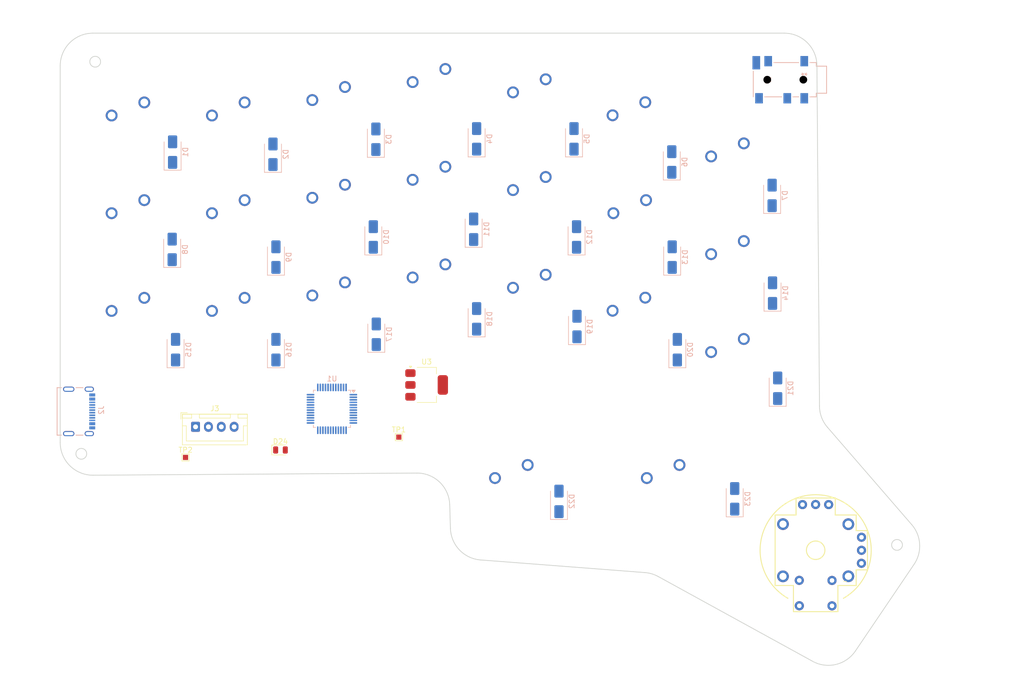
<source format=kicad_pcb>
(kicad_pcb (version 20240108) (generator "pcbnew") (generator_version "8.0")
  (layers (0 "F.Cu" signal) (1 "In1.Cu" power "GND") (2 "In2.Cu" power "PWR") (31 "B.Cu" signal) (34 "B.Paste" user) (35 "F.Paste" user) (36 "B.SilkS" user "B.Silkscreen") (37 "F.SilkS" user "F.Silkscreen") (38 "B.Mask" user) (39 "F.Mask" user) (44 "Edge.Cuts" user))
  (net 0 "")
  (net 1 "Net-(D1-A)")
  (net 2 "Net-(D2-A)")
  (net 3 "Net-(D3-A)")
  (net 4 "Net-(D4-A)")
  (net 5 "Net-(D5-A)")
  (net 6 "Net-(D6-A)")
  (net 7 "Net-(D7-A)")
  (net 8 "Net-(D8-A)")
  (net 9 "Net-(D9-A)")
  (net 10 "Net-(D10-A)")
  (net 11 "Net-(D11-A)")
  (net 12 "Net-(D12-A)")
  (net 13 "Net-(D13-A)")
  (net 14 "Net-(D14-A)")
  (net 15 "Net-(D15-A)")
  (net 16 "Net-(D16-A)")
  (net 17 "Net-(D17-A)")
  (net 18 "Net-(D18-A)")
  (net 19 "Net-(D19-A)")
  (net 20 "Net-(D20-A)")
  (net 21 "Net-(D21-A)")
  (net 22 "Net-(D22-A)")
  (net 23 "Net-(D23-A)")
  (net 37 "Net-(U2-SHIELD-PadS1)")
  (net 38 "ROW0")
  (net 39 "ROW1")
  (net 40 "ROW2")
  (net 41 "ROW3")
  (net 48 "COL0")
  (net 49 "COL1")
  (net 50 "COL2")
  (net 51 "COL3")
  (net 52 "COL4")
  (net 53 "COL5")
  (net 54 "COL6")
  (net 95 "GND")
  (net 96 "+5V")
  (net 97 "+3.3V")
  (net 98 "/USB_D-")
  (net 99 "/USB_D+")
  (net 100 "/SWDIO")
  (net 101 "/SWCLK")
  (net 102 "/HSE_IN")
  (net 103 "/NRST")
  (net 104 "/HSE_OUT")
  (net 105 "Net-(D24-K)")
  (footprint "Package_TO_SOT_SMD:SOT-223-3_TabPin2" (layer "F.Cu") (at 133.4 98.355)
    (property "Reference" "U3" (at 0 -4.5 0) (layer "F.SilkS"))
    (property "Value" "AMS1117-3.3")
    (pad "1" smd roundrect (at -3.15 -2.3) (size 2 1.5) (layers "F.Cu" "F.Paste" "F.Mask") (net 95 "GND"))
    (pad "2" smd roundrect (at -3.15 0) (size 2 1.5) (layers "F.Cu" "F.Paste" "F.Mask") (net 97 "+3.3V"))
    (pad "2" smd roundrect (at 3.15 0) (size 2 3.8) (layers "F.Cu" "F.Paste" "F.Mask") (net 97 "+3.3V"))
    (pad "3" smd roundrect (at -3.15 2.3) (size 2 1.5) (layers "F.Cu" "F.Paste" "F.Mask") (net 96 "+5V"))
  )
  (footprint "PCM_marbastlib-mx:SW_MX_1u" (layer "F.Cu") (at 115 83.5)
    (property "Reference" "MX16" (hide yes))
    (property "Value" "MX_SW_solder")
    (pad "" np_thru_hole circle (at -5.08 0) (size 1.75 1.75) (drill 1.75) (layers "*.Cu" "*.Mask"))
    (pad "" np_thru_hole circle (at 0 0) (size 3.9878 3.9878) (drill 3.9878) (layers "*.Cu" "*.Mask"))
    (pad "" np_thru_hole circle (at 5.08 0) (size 1.75 1.75) (drill 1.75) (layers "*.Cu" "*.Mask"))
    (pad "1" thru_hole circle (at -3.81 -2.54) (size 2.3 2.3) (drill 1.524) (layers "*.Cu" "B.Mask") (net 49 "COL1"))
    (pad "2" thru_hole circle (at 2.54 -5.08) (size 2.3 2.3) (drill 1.524) (layers "*.Cu" "B.Mask") (net 16 "Net-(D16-A)"))
  )
  (footprint "PCM_marbastlib-mx:SW_MX_1u" (layer "F.Cu") (at 95.5 67.5)
    (property "Reference" "MX4" (hide yes))
    (property "Value" "MX_SW_solder")
    (pad "" np_thru_hole circle (at -5.08 0) (size 1.75 1.75) (drill 1.75) (layers "*.Cu" "*.Mask"))
    (pad "" np_thru_hole circle (at 0 0) (size 3.9878 3.9878) (drill 3.9878) (layers "*.Cu" "*.Mask"))
    (pad "" np_thru_hole circle (at 5.08 0) (size 1.75 1.75) (drill 1.75) (layers "*.Cu" "*.Mask"))
    (pad "1" thru_hole circle (at -3.81 -2.54) (size 2.3 2.3) (drill 1.524) (layers "*.Cu" "B.Mask") (net 51 "COL3"))
    (pad "2" thru_hole circle (at 2.54 -5.08) (size 2.3 2.3) (drill 1.524) (layers "*.Cu" "B.Mask") (net 4 "Net-(D4-A)"))
  )
  (footprint "PCM_marbastlib-mx:SW_MX_1u" (layer "F.Cu") (at 154 82)
    (property "Reference" "MX18" (hide yes))
    (property "Value" "MX_SW_solder")
    (pad "" np_thru_hole circle (at -5.08 0) (size 1.75 1.75) (drill 1.75) (layers "*.Cu" "*.Mask"))
    (pad "" np_thru_hole circle (at 0 0) (size 3.9878 3.9878) (drill 3.9878) (layers "*.Cu" "*.Mask"))
    (pad "" np_thru_hole circle (at 5.08 0) (size 1.75 1.75) (drill 1.75) (layers "*.Cu" "*.Mask"))
    (pad "1" thru_hole circle (at -3.81 -2.54) (size 2.3 2.3) (drill 1.524) (layers "*.Cu" "B.Mask") (net 51 "COL3"))
    (pad "2" thru_hole circle (at 2.54 -5.08) (size 2.3 2.3) (drill 1.524) (layers "*.Cu" "B.Mask") (net 18 "Net-(D18-A)"))
  )
  (footprint "PCM_marbastlib-mx:SW_MX_1u" (layer "F.Cu") (at 154 44)
    (property "Reference" "MX13" (hide yes))
    (property "Value" "MX_SW_solder")
    (pad "" np_thru_hole circle (at -5.08 0) (size 1.75 1.75) (drill 1.75) (layers "*.Cu" "*.Mask"))
    (pad "" np_thru_hole circle (at 0 0) (size 3.9878 3.9878) (drill 3.9878) (layers "*.Cu" "*.Mask"))
    (pad "" np_thru_hole circle (at 5.08 0) (size 1.75 1.75) (drill 1.75) (layers "*.Cu" "*.Mask"))
    (pad "1" thru_hole circle (at -3.81 -2.54) (size 2.3 2.3) (drill 1.524) (layers "*.Cu" "B.Mask") (net 53 "COL5"))
    (pad "2" thru_hole circle (at 2.54 -5.08) (size 2.3 2.3) (drill 1.524) (layers "*.Cu" "B.Mask") (net 13 "Net-(D13-A)"))
  )
  (footprint "PCM_marbastlib-mx:SW_MX_1u" (layer "F.Cu") (at 154 63)
    (property "Reference" "MX9" (hide yes))
    (property "Value" "MX_SW_solder")
    (pad "" np_thru_hole circle (at -5.08 0) (size 1.75 1.75) (drill 1.75) (layers "*.Cu" "*.Mask"))
    (pad "" np_thru_hole circle (at 0 0) (size 3.9878 3.9878) (drill 3.9878) (layers "*.Cu" "*.Mask"))
    (pad "" np_thru_hole circle (at 5.08 0) (size 1.75 1.75) (drill 1.75) (layers "*.Cu" "*.Mask"))
    (pad "1" thru_hole circle (at -3.81 -2.54) (size 2.3 2.3) (drill 1.524) (layers "*.Cu" "B.Mask") (net 49 "COL1"))
    (pad "2" thru_hole circle (at 2.54 -5.08) (size 2.3 2.3) (drill 1.524) (layers "*.Cu" "B.Mask") (net 9 "Net-(D9-A)"))
  )
  (footprint "PCM_marbastlib-mx:SW_MX_1u" (layer "F.Cu") (at 134.5 61)
    (property "Reference" "MX6" (hide yes))
    (property "Value" "MX_SW_solder")
    (pad "" np_thru_hole circle (at -5.08 0) (size 1.75 1.75) (drill 1.75) (layers "*.Cu" "*.Mask"))
    (pad "" np_thru_hole circle (at 0 0) (size 3.9878 3.9878) (drill 3.9878) (layers "*.Cu" "*.Mask"))
    (pad "" np_thru_hole circle (at 5.08 0) (size 1.75 1.75) (drill 1.75) (layers "*.Cu" "*.Mask"))
    (pad "1" thru_hole circle (at -3.81 -2.54) (size 2.3 2.3) (drill 1.524) (layers "*.Cu" "B.Mask") (net 53 "COL5"))
    (pad "2" thru_hole circle (at 2.54 -5.08) (size 2.3 2.3) (drill 1.524) (layers "*.Cu" "B.Mask") (net 6 "Net-(D6-A)"))
  )
  (footprint "PCM_marbastlib-mx:SW_MX_1u" (layer "F.Cu") (at 192.5 94.5)
    (property "Reference" "MX22" (hide yes))
    (property "Value" "MX_SW_solder")
    (pad "" np_thru_hole circle (at -5.08 0) (size 1.75 1.75) (drill 1.75) (layers "*.Cu" "*.Mask"))
    (pad "" np_thru_hole circle (at 0 0) (size 3.9878 3.9878) (drill 3.9878) (layers "*.Cu" "*.Mask"))
    (pad "" np_thru_hole circle (at 5.08 0) (size 1.75 1.75) (drill 1.75) (layers "*.Cu" "*.Mask"))
    (pad "1" thru_hole circle (at -3.81 -2.54) (size 2.3 2.3) (drill 1.524) (layers "*.Cu" "B.Mask") (net 52 "COL4"))
    (pad "2" thru_hole circle (at 2.54 -5.08) (size 2.3 2.3) (drill 1.524) (layers "*.Cu" "B.Mask") (net 22 "Net-(D22-A)"))
  )
  (footprint "PCM_marbastlib-mx:SW_MX_1u" (layer "F.Cu") (at 173.35 86.46)
    (property "Reference" "MX21" (hide yes))
    (property "Value" "MX_SW_solder")
    (pad "" np_thru_hole circle (at -5.08 0) (size 1.75 1.75) (drill 1.75) (layers "*.Cu" "*.Mask"))
    (pad "" np_thru_hole circle (at 0 0) (size 3.9878 3.9878) (drill 3.9878) (layers "*.Cu" "*.Mask"))
    (pad "" np_thru_hole circle (at 5.08 0) (size 1.75 1.75) (drill 1.75) (layers "*.Cu" "*.Mask"))
    (pad "1" thru_hole circle (at -3.81 -2.54) (size 2.3 2.3) (drill 1.524) (layers "*.Cu" "B.Mask") (net 54 "COL6"))
    (pad "2" thru_hole circle (at 2.54 -5.08) (size 2.3 2.3) (drill 1.524) (layers "*.Cu" "B.Mask") (net 21 "Net-(D21-A)"))
  )
  (footprint "PCM_marbastlib-mx:SW_MX_1u" (layer "F.Cu") (at 76 67.5)
    (property "Reference" "MX3" (hide yes))
    (property "Value" "MX_SW_solder")
    (pad "" np_thru_hole circle (at -5.08 0) (size 1.75 1.75) (drill 1.75) (layers "*.Cu" "*.Mask"))
    (pad "" np_thru_hole circle (at 0 0) (size 3.9878 3.9878) (drill 3.9878) (layers "*.Cu" "*.Mask"))
    (pad "" np_thru_hole circle (at 5.08 0) (size 1.75 1.75) (drill 1.75) (layers "*.Cu" "*.Mask"))
    (pad "1" thru_hole circle (at -3.81 -2.54) (size 2.3 2.3) (drill 1.524) (layers "*.Cu" "B.Mask") (net 50 "COL2"))
    (pad "2" thru_hole circle (at 2.54 -5.08) (size 2.3 2.3) (drill 1.524) (layers "*.Cu" "B.Mask") (net 3 "Net-(D3-A)"))
  )
  (footprint "TestPoint:TestPoint_Pad_1.0x1.0mm" (layer "F.Cu") (at 128 108.5)
    (property "Reference" "TP1" (at 0 -1.448 0) (layer "F.SilkS"))
    (property "Value" "5v TP")
    (pad "1" smd rect (at 0 0) (size 1 1) (layers "F.Cu" "F.Mask") (net 96 "+5V"))
  )
  (footprint "LED_SMD:LED_0805_2012Metric" (layer "F.Cu") (at 105 111)
    (property "Reference" "D24" (at 0 -1.65 0) (layer "F.SilkS"))
    (property "Value" "LED")
    (pad "1" smd roundrect (at -0.9375 0) (size 0.975 1.4) (layers "F.Cu" "F.Paste" "F.Mask") (net 105 "Net-(D24-K)"))
    (pad "2" smd roundrect (at 0.9375 0) (size 0.975 1.4) (layers "F.Cu" "F.Paste" "F.Mask") (net 97 "+3.3V"))
  )
  (footprint "PCM_marbastlib-mx:SW_MX_1.75u" (layer "F.Cu") (at 180 119)
    (property "Reference" "MX23" (hide yes))
    (property "Value" "MX_SW_solder")
    (pad "" np_thru_hole circle (at -5.08 0) (size 1.75 1.75) (drill 1.75) (layers "*.Cu" "*.Mask"))
    (pad "" np_thru_hole circle (at 0 0) (size 3.9878 3.9878) (drill 3.9878) (layers "*.Cu" "*.Mask"))
    (pad "" np_thru_hole circle (at 5.08 0) (size 1.75 1.75) (drill 1.75) (layers "*.Cu" "*.Mask"))
    (pad "1" thru_hole circle (at -3.81 -2.54) (size 2.3 2.3) (drill 1.524) (layers "*.Cu" "B.Mask") (net 53 "COL5"))
    (pad "2" thru_hole circle (at 2.54 -5.08) (size 2.3 2.3) (drill 1.524) (layers "*.Cu" "B.Mask") (net 23 "Net-(D23-A)"))
  )
  (footprint "myCustomLibs:PS4_joystick" (layer "F.Cu") (at 209 130.5 180)
    (property "Reference" "U2" (hide yes))
    (property "Value" "~" (hide yes))
    (pad "B1A" thru_hole circle (at -3.175 -10.8148 180) (size 1.778 1.778) (drill 0.9) (layers "*.Cu" "*.Mask"))
    (pad "B1B" thru_hole circle (at 3.175 -10.795 180) (size 1.778 1.778) (drill 0.9) (layers "*.Cu" "*.Mask"))
    (pad "B2A" thru_hole circle (at -3.175 -5.8748 180) (size 1.778 1.778) (drill 0.9) (layers "*.Cu" "*.Mask"))
    (pad "B2B" thru_hole circle (at 3.185 -5.8548 180) (size 1.778 1.778) (drill 0.9) (layers "*.Cu" "*.Mask"))
    (pad "H1" thru_hole circle (at -2.525 8.8752 180) (size 1.778 1.778) (drill 0.889) (layers "*.Cu" "*.Mask"))
    (pad "H2" thru_hole circle (at 0.015 8.8952 180) (size 1.778 1.778) (drill 0.889) (layers "*.Cu" "*.Mask"))
    (pad "H3" thru_hole circle (at 2.555 8.8752 180) (size 1.778 1.778) (drill 0.889) (layers "*.Cu" "*.Mask"))
    (pad "S1" thru_hole circle (at -6.35 -5.0648 180) (size 2.286 2.286) (drill 1.397) (layers "*.Cu" "*.Mask") (net 37 "Net-(U2-SHIELD-PadS1)"))
    (pad "S2" thru_hole circle (at -6.35 5.0652 180) (size 2.286 2.286) (drill 1.397) (layers "*.Cu" "*.Mask") (net 37 "Net-(U2-SHIELD-PadS1)"))
    (pad "S3" thru_hole circle (at 6.35 5.08 180) (size 2.286 2.286) (drill 1.397) (layers "*.Cu" "*.Mask") (net 37 "Net-(U2-SHIELD-PadS1)"))
    (pad "S4" thru_hole circle (at 6.35 -5.08 180) (size 2.286 2.286) (drill 1.397) (layers "*.Cu" "*.Mask") (net 37 "Net-(U2-SHIELD-PadS1)"))
    (pad "V1" thru_hole circle (at -8.89 -2.54 180) (size 1.778 1.778) (drill 0.889) (layers "*.Cu" "*.Mask"))
    (pad "V2" thru_hole circle (at -8.905 -0.0148 180) (size 1.778 1.778) (drill 0.889) (layers "*.Cu" "*.Mask"))
    (pad "V3" thru_hole circle (at -8.905 2.5252 180) (size 1.778 1.778) (drill 0.889) (layers "*.Cu" "*.Mask"))
  )
  (footprint "TestPoint:TestPoint_Pad_1.0x1.0mm" (layer "F.Cu") (at 86.55 112.45)
    (property "Reference" "TP2" (at 0 -1.448 0) (layer "F.SilkS"))
    (property "Value" "3V TP")
    (pad "1" smd rect (at 0 0) (size 1 1) (layers "F.Cu" "F.Mask") (net 97 "+3.3V"))
  )
  (footprint "PCM_marbastlib-mx:SW_MX_1u" (layer "F.Cu") (at 134.5 80)
    (property "Reference" "MX17" (hide yes))
    (property "Value" "MX_SW_solder")
    (pad "" np_thru_hole circle (at -5.08 0) (size 1.75 1.75) (drill 1.75) (layers "*.Cu" "*.Mask"))
    (pad "" np_thru_hole circle (at 0 0) (size 3.9878 3.9878) (drill 3.9878) (layers "*.Cu" "*.Mask"))
    (pad "" np_thru_hole circle (at 5.08 0) (size 1.75 1.75) (drill 1.75) (layers "*.Cu" "*.Mask"))
    (pad "1" thru_hole circle (at -3.81 -2.54) (size 2.3 2.3) (drill 1.524) (layers "*.Cu" "B.Mask") (net 50 "COL2"))
    (pad "2" thru_hole circle (at 2.54 -5.08) (size 2.3 2.3) (drill 1.524) (layers "*.Cu" "B.Mask") (net 17 "Net-(D17-A)"))
  )
  (footprint "PCM_marbastlib-mx:SW_MX_1u" (layer "F.Cu") (at 76 48.5)
    (property "Reference" "MX1" (hide yes))
    (property "Value" "MX_SW_solder")
    (pad "" np_thru_hole circle (at -5.08 0) (size 1.75 1.75) (drill 1.75) (layers "*.Cu" "*.Mask"))
    (pad "" np_thru_hole circle (at 0 0) (size 3.9878 3.9878) (drill 3.9878) (layers "*.Cu" "*.Mask"))
    (pad "" np_thru_hole circle (at 5.08 0) (size 1.75 1.75) (drill 1.75) (layers "*.Cu" "*.Mask"))
    (pad "1" thru_hole circle (at -3.81 -2.54) (size 2.3 2.3) (drill 1.524) (layers "*.Cu" "B.Mask") (net 48 "COL0"))
    (pad "2" thru_hole circle (at 2.54 -5.08) (size 2.3 2.3) (drill 1.524) (layers "*.Cu" "B.Mask") (net 1 "Net-(D1-A)"))
  )
  (footprint "PCM_marbastlib-mx:SW_MX_1u" (layer "F.Cu") (at 95.5 48.5)
    (property "Reference" "MX2" (hide yes))
    (property "Value" "MX_SW_solder")
    (pad "" np_thru_hole circle (at -5.08 0) (size 1.75 1.75) (drill 1.75) (layers "*.Cu" "*.Mask"))
    (pad "" np_thru_hole circle (at 0 0) (size 3.9878 3.9878) (drill 3.9878) (layers "*.Cu" "*.Mask"))
    (pad "" np_thru_hole circle (at 5.08 0) (size 1.75 1.75) (drill 1.75) (layers "*.Cu" "*.Mask"))
    (pad "1" thru_hole circle (at -3.81 -2.54) (size 2.3 2.3) (drill 1.524) (layers "*.Cu" "B.Mask") (net 49 "COL1"))
    (pad "2" thru_hole circle (at 2.54 -5.08) (size 2.3 2.3) (drill 1.524) (layers "*.Cu" "B.Mask") (net 2 "Net-(D2-A)"))
  )
  (footprint "PCM_marbastlib-mx:SW_MX_1u" (layer "F.Cu") (at 150.5 119)
    (property "Reference" "MX20" (hide yes))
    (property "Value" "MX_SW_solder")
    (pad "" np_thru_hole circle (at -5.08 0) (size 1.75 1.75) (drill 1.75) (layers "*.Cu" "*.Mask"))
    (pad "" np_thru_hole circle (at 0 0) (size 3.9878 3.9878) (drill 3.9878) (layers "*.Cu" "*.Mask"))
    (pad "" np_thru_hole circle (at 5.08 0) (size 1.75 1.75) (drill 1.75) (layers "*.Cu" "*.Mask"))
    (pad "1" thru_hole circle (at -3.81 -2.54) (size 2.3 2.3) (drill 1.524) (layers "*.Cu" "B.Mask") (net 53 "COL5"))
    (pad "2" thru_hole circle (at 2.54 -5.08) (size 2.3 2.3) (drill 1.524) (layers "*.Cu" "B.Mask") (net 20 "Net-(D20-A)"))
  )
  (footprint "PCM_marbastlib-mx:SW_MX_1u" (layer "F.Cu") (at 192.5 75.46)
    (property "Reference" "MX11" (hide yes))
    (property "Value" "MX_SW_solder")
    (pad "" np_thru_hole circle (at -5.08 0) (size 1.75 1.75) (drill 1.75) (layers "*.Cu" "*.Mask"))
    (pad "" np_thru_hole circle (at 0 0) (size 3.9878 3.9878) (drill 3.9878) (layers "*.Cu" "*.Mask"))
    (pad "" np_thru_hole circle (at 5.08 0) (size 1.75 1.75) (drill 1.75) (layers "*.Cu" "*.Mask"))
    (pad "1" thru_hole circle (at -3.81 -2.54) (size 2.3 2.3) (drill 1.524) (layers "*.Cu" "B.Mask") (net 51 "COL3"))
    (pad "2" thru_hole circle (at 2.54 -5.08) (size 2.3 2.3) (drill 1.524) (layers "*.Cu" "B.Mask") (net 11 "Net-(D11-A)"))
  )
  (footprint "PCM_marbastlib-mx:SW_MX_1u" (layer "F.Cu") (at 173.35 48.46)
    (property "Reference" "MX14" (hide yes))
    (property "Value" "MX_SW_solder")
    (pad "" np_thru_hole circle (at -5.08 0) (size 1.75 1.75) (drill 1.75) (layers "*.Cu" "*.Mask"))
    (pad "" np_thru_hole circle (at 0 0) (size 3.9878 3.9878) (drill 3.9878) (layers "*.Cu" "*.Mask"))
    (pad "" np_thru_hole circle (at 5.08 0) (size 1.75 1.75) (drill 1.75) (layers "*.Cu" "*.Mask"))
    (pad "1" thru_hole circle (at -3.81 -2.54) (size 2.3 2.3) (drill 1.524) (layers "*.Cu" "B.Mask") (net 54 "COL6"))
    (pad "2" thru_hole circle (at 2.54 -5.08) (size 2.3 2.3) (drill 1.524) (layers "*.Cu" "B.Mask") (net 14 "Net-(D14-A)"))
  )
  (footprint "PCM_marbastlib-mx:SW_MX_1u" (layer "F.Cu") (at 115 45.5)
    (property "Reference" "MX7" (hide yes))
    (property "Value" "MX_SW_solder")
    (pad "" np_thru_hole circle (at -5.08 0) (size 1.75 1.75) (drill 1.75) (layers "*.Cu" "*.Mask"))
    (pad "" np_thru_hole circle (at 0 0) (size 3.9878 3.9878) (drill 3.9878) (layers "*.Cu" "*.Mask"))
    (pad "" np_thru_hole circle (at 5.08 0) (size 1.75 1.75) (drill 1.75) (layers "*.Cu" "*.Mask"))
    (pad "1" thru_hole circle (at -3.81 -2.54) (size 2.3 2.3) (drill 1.524) (layers "*.Cu" "B.Mask") (net 54 "COL6"))
    (pad "2" thru_hole circle (at 2.54 -5.08) (size 2.3 2.3) (drill 1.524) (layers "*.Cu" "B.Mask") (net 7 "Net-(D7-A)"))
  )
  (footprint "Connector_JST:JST_XH_B4B-XH-A_1x04_P2.50mm_Vertical" (layer "F.Cu") (at 88.5 106.5)
    (property "Reference" "J3" (at 3.75 -3.55 0) (layer "F.SilkS"))
    (property "Value" "Conn_01x04_Pin")
    (pad "1" thru_hole roundrect (at 0 0) (size 1.7 1.95) (drill 0.95) (layers "*.Cu" "*.Mask") (roundrect_rratio 0.147059) (net 95 "GND"))
    (pad "2" thru_hole oval (at 2.5 0) (size 1.7 1.95) (drill 0.95) (layers "*.Cu" "*.Mask") (net 101 "/SWCLK"))
    (pad "3" thru_hole oval (at 5 0) (size 1.7 1.95) (drill 0.95) (layers "*.Cu" "*.Mask") (net 100 "/SWDIO"))
    (pad "4" thru_hole oval (at 7.5 0) (size 1.7 1.95) (drill 0.95) (layers "*.Cu" "*.Mask") (net 97 "+3.3V"))
  )
  (footprint "PCM_marbastlib-mx:SW_MX_1u" (layer "F.Cu") (at 115 64.5)
    (property "Reference" "MX5" (hide yes))
    (property "Value" "MX_SW_solder")
    (pad "" np_thru_hole circle (at -5.08 0) (size 1.75 1.75) (drill 1.75) (layers "*.Cu" "*.Mask"))
    (pad "" np_thru_hole circle (at 0 0) (size 3.9878 3.9878) (drill 3.9878) (layers "*.Cu" "*.Mask"))
    (pad "" np_thru_hole circle (at 5.08 0) (size 1.75 1.75) (drill 1.75) (layers "*.Cu" "*.Mask"))
    (pad "1" thru_hole circle (at -3.81 -2.54) (size 2.3 2.3) (drill 1.524) (layers "*.Cu" "B.Mask") (net 52 "COL4"))
    (pad "2" thru_hole circle (at 2.54 -5.08) (size 2.3 2.3) (drill 1.524) (layers "*.Cu" "B.Mask") (net 5 "Net-(D5-A)"))
  )
  (footprint "PCM_marbastlib-mx:SW_MX_1u" (layer "F.Cu") (at 192.5 56.46)
    (property "Reference" "MX19" (hide yes))
    (property "Value" "MX_SW_solder")
    (pad "" np_thru_hole circle (at -5.08 0) (size 1.75 1.75) (drill 1.75) (layers "*.Cu" "*.Mask"))
    (pad "" np_thru_hole circle (at 0 0) (size 3.9878 3.9878) (drill 3.9878) (layers "*.Cu" "*.Mask"))
    (pad "" np_thru_hole circle (at 5.08 0) (size 1.75 1.75) (drill 1.75) (layers "*.Cu" "*.Mask"))
    (pad "1" thru_hole circle (at -3.81 -2.54) (size 2.3 2.3) (drill 1.524) (layers "*.Cu" "B.Mask") (net 52 "COL4"))
    (pad "2" thru_hole circle (at 2.54 -5.08) (size 2.3 2.3) (drill 1.524) (layers "*.Cu" "B.Mask") (net 19 "Net-(D19-A)"))
  )
  (footprint "PCM_marbastlib-mx:SW_MX_1u" (layer "F.Cu") (at 76 86.5)
    (property "Reference" "MX12" (hide yes))
    (property "Value" "MX_SW_solder")
    (pad "" np_thru_hole circle (at -5.08 0) (size 1.75 1.75) (drill 1.75) (layers "*.Cu" "*.Mask"))
    (pad "" np_thru_hole circle (at 0 0) (size 3.9878 3.9878) (drill 3.9878) (layers "*.Cu" "*.Mask"))
    (pad "" np_thru_hole circle (at 5.08 0) (size 1.75 1.75) (drill 1.75) (layers "*.Cu" "*.Mask"))
    (pad "1" thru_hole circle (at -3.81 -2.54) (size 2.3 2.3) (drill 1.524) (layers "*.Cu" "B.Mask") (net 52 "COL4"))
    (pad "2" thru_hole circle (at 2.54 -5.08) (size 2.3 2.3) (drill 1.524) (layers "*.Cu" "B.Mask") (net 12 "Net-(D12-A)"))
  )
  (footprint "PCM_marbastlib-mx:SW_MX_1u" (layer "F.Cu") (at 173.5 67.5)
    (property "Reference" "MX10" (hide yes))
    (property "Value" "MX_SW_solder")
    (pad "" np_thru_hole circle (at -5.08 0) (size 1.75 1.75) (drill 1.75) (layers "*.Cu" "*.Mask"))
    (pad "" np_thru_hole circle (at 0 0) (size 3.9878 3.9878) (drill 3.9878) (layers "*.Cu" "*.Mask"))
    (pad "" np_thru_hole circle (at 5.08 0) (size 1.75 1.75) (drill 1.75) (layers "*.Cu" "*.Mask"))
    (pad "1" thru_hole circle (at -3.81 -2.54) (size 2.3 2.3) (drill 1.524) (layers "*.Cu" "B.Mask") (net 50 "COL2"))
    (pad "2" thru_hole circle (at 2.54 -5.08) (size 2.3 2.3) (drill 1.524) (layers "*.Cu" "B.Mask") (net 10 "Net-(D10-A)"))
  )
  (footprint "PCM_marbastlib-mx:SW_MX_1u" (layer "F.Cu") (at 134.5 42)
    (property "Reference" "MX8" (hide yes))
    (property "Value" "MX_SW_solder")
    (pad "" np_thru_hole circle (at -5.08 0) (size 1.75 1.75) (drill 1.75) (layers "*.Cu" "*.Mask"))
    (pad "" np_thru_hole circle (at 0 0) (size 3.9878 3.9878) (drill 3.9878) (layers "*.Cu" "*.Mask"))
    (pad "" np_thru_hole circle (at 5.08 0) (size 1.75 1.75) (drill 1.75) (layers "*.Cu" "*.Mask"))
    (pad "1" thru_hole circle (at -3.81 -2.54) (size 2.3 2.3) (drill 1.524) (layers "*.Cu" "B.Mask") (net 48 "COL0"))
    (pad "2" thru_hole circle (at 2.54 -5.08) (size 2.3 2.3) (drill 1.524) (layers "*.Cu" "B.Mask") (net 8 "Net-(D8-A)"))
  )
  (footprint "PCM_marbastlib-mx:SW_MX_1u" (layer "F.Cu") (at 95.5 86.5)
    (property "Reference" "MX15" (hide yes))
    (property "Value" "MX_SW_solder")
    (pad "" np_thru_hole circle (at -5.08 0) (size 1.75 1.75) (drill 1.75) (layers "*.Cu" "*.Mask"))
    (pad "" np_thru_hole circle (at 0 0) (size 3.9878 3.9878) (drill 3.9878) (layers "*.Cu" "*.Mask"))
    (pad "" np_thru_hole circle (at 5.08 0) (size 1.75 1.75) (drill 1.75) (layers "*.Cu" "*.Mask"))
    (pad "1" thru_hole circle (at -3.81 -2.54) (size 2.3 2.3) (drill 1.524) (layers "*.Cu" "B.Mask") (net 48 "COL0"))
    (pad "2" thru_hole circle (at 2.54 -5.08) (size 2.3 2.3) (drill 1.524) (layers "*.Cu" "B.Mask") (net 15 "Net-(D15-A)"))
  )
  (footprint "footprints:PJ-342B-TX-SMT_XKB" (layer "B.Cu") (at 203 39 90)
    (property "Reference" "J1" (at 0 -3.2258 -90) (layer "B.SilkS") (effects (justify mirror)))
    (property "Value" "TRRS")
    (fp_text user "*" (at 1.0668 3.7846 -90) (layer "B.SilkS") (effects (justify mirror)))
    (fp_text user "*" (at 1.0668 3.7846 -90) (layer "B.SilkS") (effects (justify mirror)))
    (pad "" np_thru_hole circle (at 0 -3.4036 90) (size 1.4986 1.4986) (drill 1.4986) (layers))
    (pad "" np_thru_hole circle (at 0 3.6068 90) (size 1.4986 1.4986) (drill 1.4986) (layers))
    (pad "2" smd rect (at 3.6068 3.7846 90) (size 2.0066 1.4986) (layers "B.Cu" "B.Paste" "B.Mask"))
    (pad "3" smd rect (at 3.6068 -3.2258 90) (size 2.0066 1.4986) (layers "B.Cu" "B.Paste" "B.Mask"))
    (pad "4" smd rect (at 3.302 -5.5372 90) (size 2.5908 1.4986) (layers "B.Cu" "B.Paste" "B.Mask"))
    (pad "5" smd rect (at -3.6068 3.7846 90) (size 2.0066 1.4986) (layers "B.Cu" "B.Paste" "B.Mask"))
    (pad "6" smd rect (at -3.6068 0.4826 90) (size 2.0066 1.4986) (layers "B.Cu" "B.Paste" "B.Mask"))
    (pad "7" smd rect (at -3.6068 -5.0038 90) (size 2.0066 1.4986) (layers "B.Cu" "B.Paste" "B.Mask"))
  )
  (footprint "Diode_SMD:D_SMA" (layer "B.Cu") (at 200.62 80.5 90)
    (property "Reference" "D14" (at 0 2.5 90) (layer "B.SilkS") (effects (justify mirror)))
    (property "Value" "1N4007")
    (pad "1" smd roundrect (at -2 0 90) (size 2.5 1.8) (layers "B.Cu" "B.Paste" "B.Mask") (roundrect_rratio 0.1388888889) (net 39 "ROW1"))
    (pad "2" smd roundrect (at 2 0 90) (size 2.5 1.8) (layers "B.Cu" "B.Paste" "B.Mask") (roundrect_rratio 0.1388888889) (net 14 "Net-(D14-A)"))
  )
  (footprint "Diode_SMD:D_SMA" (layer "B.Cu") (at 200.54 61.5 90)
    (property "Reference" "D7" (at 0 2.5 90) (layer "B.SilkS") (effects (justify mirror)))
    (property "Value" "1N4007")
    (pad "1" smd roundrect (at -2 0 90) (size 2.5 1.8) (layers "B.Cu" "B.Paste" "B.Mask") (roundrect_rratio 0.1388888889) (net 38 "ROW0"))
    (pad "2" smd roundrect (at 2 0 90) (size 2.5 1.8) (layers "B.Cu" "B.Paste" "B.Mask") (roundrect_rratio 0.1388888889) (net 7 "Net-(D7-A)"))
  )
  (footprint "myCustomLibs:MOLEX_2171790001" (layer "B.Cu") (at 65 103.5 90)
    (property "Reference" "J2" (at 0.255 5.185 270) (layer "B.SilkS") (effects (justify mirror)))
    (property "Value" "2171790001")
    (pad "A1B12" smd rect (at -3.2 3.425 90) (size 0.59 1.15) (layers "B.Cu" "B.Paste"))
    (pad "A4B9" smd rect (at -2.4 3.425 90) (size 0.59 1.15) (layers "B.Cu" "B.Paste") (net 96 "+5V"))
    (pad "A5" smd rect (at -1.25 3.425 90) (size 0.298 1.15) (layers "B.Cu" "B.Paste"))
    (pad "A6" smd rect (at -0.25 3.425 90) (size 0.298 1.15) (layers "B.Cu" "B.Paste") (net 99 "/USB_D+"))
    (pad "A7" smd rect (at 0.25 3.425 90) (size 0.298 1.15) (layers "B.Cu" "B.Paste") (net 98 "/USB_D-"))
    (pad "A8" smd rect (at 1.25 3.425 90) (size 0.298 1.15) (layers "B.Cu" "B.Paste"))
    (pad "B1A12" smd rect (at 3.2 3.425 90) (size 0.59 1.15) (layers "B.Cu" "B.Paste") (net 95 "GND"))
    (pad "B4A9" smd rect (at 2.4 3.425 90) (size 0.59 1.15) (layers "B.Cu" "B.Paste"))
    (pad "B5" smd rect (at 1.75 3.425 90) (size 0.298 1.15) (layers "B.Cu" "B.Paste"))
    (pad "B6" smd rect (at 0.75 3.425 90) (size 0.298 1.15) (layers "B.Cu" "B.Paste"))
    (pad "B7" smd rect (at -0.75 3.425 90) (size 0.298 1.15) (layers "B.Cu" "B.Paste"))
    (pad "B8" smd rect (at -1.75 3.425 90) (size 0.298 1.15) (layers "B.Cu" "B.Paste"))
    (pad "SH1" thru_hole oval (at -4.32 -1.15 90) (size 1 2.2) (drill oval 0.6 1.8) (layers "*.Cu" "*.Mask"))
    (pad "SH2" thru_hole oval (at 4.32 -1.15 90) (size 1 2.2) (drill oval 0.6 1.8) (layers "*.Cu" "*.Mask"))
    (pad "SH3" thru_hole oval (at -4.32 2.85 90) (size 1 1.8) (drill oval 0.6 1.4) (layers "*.Cu" "*.Mask"))
    (pad "SH4" thru_hole oval (at 4.32 2.85 90) (size 1 1.8) (drill oval 0.6 1.4) (layers "*.Cu" "*.Mask"))
  )
  (footprint "Diode_SMD:D_SMA" (layer "B.Cu") (at 182.12 91.5 90)
    (property "Reference" "D20" (at 0 2.5 90) (layer "B.SilkS") (effects (justify mirror)))
    (property "Value" "1N4007")
    (pad "1" smd roundrect (at -2 0 90) (size 2.5 1.8) (layers "B.Cu" "B.Paste" "B.Mask") (roundrect_rratio 0.1388888889) (net 40 "ROW2"))
    (pad "2" smd roundrect (at 2 0 90) (size 2.5 1.8) (layers "B.Cu" "B.Paste" "B.Mask") (roundrect_rratio 0.1388888889) (net 20 "Net-(D20-A)"))
  )
  (footprint "Diode_SMD:D_SMA" (layer "B.Cu") (at 162.54 69.58 90)
    (property "Reference" "D12" (at 0 2.5 90) (layer "B.SilkS") (effects (justify mirror)))
    (property "Value" "1N4007")
    (pad "1" smd roundrect (at -2 0 90) (size 2.5 1.8) (layers "B.Cu" "B.Paste" "B.Mask") (roundrect_rratio 0.1388888889) (net 39 "ROW1"))
    (pad "2" smd roundrect (at 2 0 90) (size 2.5 1.8) (layers "B.Cu" "B.Paste" "B.Mask") (roundrect_rratio 0.1388888889) (net 12 "Net-(D12-A)"))
  )
  (footprint "Diode_SMD:D_SMA" (layer "B.Cu") (at 201.62 99 90)
    (property "Reference" "D21" (at 0 2.5 90) (layer "B.SilkS") (effects (justify mirror)))
    (property "Value" "1N4007")
    (pad "1" smd roundrect (at -2 0 90) (size 2.5 1.8) (layers "B.Cu" "B.Paste" "B.Mask") (roundrect_rratio 0.1388888889) (net 40 "ROW2"))
    (pad "2" smd roundrect (at 2 0 90) (size 2.5 1.8) (layers "B.Cu" "B.Paste" "B.Mask") (roundrect_rratio 0.1388888889) (net 21 "Net-(D21-A)"))
  )
  (footprint "Diode_SMD:D_SMA" (layer "B.Cu") (at 83.96 72 90)
    (property "Reference" "D8" (at 0 2.5 90) (layer "B.SilkS") (effects (justify mirror)))
    (property "Value" "1N4007")
    (pad "1" smd roundrect (at -2 0 90) (size 2.5 1.8) (layers "B.Cu" "B.Paste" "B.Mask") (roundrect_rratio 0.1388888889) (net 39 "ROW1"))
    (pad "2" smd roundrect (at 2 0 90) (size 2.5 1.8) (layers "B.Cu" "B.Paste" "B.Mask") (roundrect_rratio 0.1388888889) (net 8 "Net-(D8-A)"))
  )
  (footprint "Diode_SMD:D_SMA" (layer "B.Cu") (at 162.62 87 90)
    (property "Reference" "D19" (at 0 2.5 90) (layer "B.SilkS") (effects (justify mirror)))
    (property "Value" "1N4007")
    (pad "1" smd roundrect (at -2 0 90) (size 2.5 1.8) (layers "B.Cu" "B.Paste" "B.Mask") (roundrect_rratio 0.1388888889) (net 40 "ROW2"))
    (pad "2" smd roundrect (at 2 0 90) (size 2.5 1.8) (layers "B.Cu" "B.Paste" "B.Mask") (roundrect_rratio 0.1388888889) (net 19 "Net-(D19-A)"))
  )
  (footprint "Diode_SMD:D_SMA" (layer "B.Cu") (at 123.04 69.58 90)
    (property "Reference" "D10" (at 0 2.5 90) (layer "B.SilkS") (effects (justify mirror)))
    (property "Value" "1N4007")
    (pad "1" smd roundrect (at -2 0 90) (size 2.5 1.8) (layers "B.Cu" "B.Paste" "B.Mask") (roundrect_rratio 0.1388888889) (net 39 "ROW1"))
    (pad "2" smd roundrect (at 2 0 90) (size 2.5 1.8) (layers "B.Cu" "B.Paste" "B.Mask") (roundrect_rratio 0.1388888889) (net 10 "Net-(D10-A)"))
  )
  (footprint "Package_QFP:LQFP-48_7x7mm_P0.5mm" (layer "B.Cu") (at 115 103 180)
    (property "Reference" "U1" (at 0 5.85 180) (layer "B.SilkS") (effects (justify mirror)))
    (property "Value" "STM32F103C8Tx")
    (pad "1" smd roundrect (at -4.1625 2.75 180) (size 1.475 0.3) (layers "B.Cu" "B.Paste" "B.Mask") (net 97 "+3.3V"))
    (pad "2" smd roundrect (at -4.1625 2.25 180) (size 1.475 0.3) (layers "B.Cu" "B.Paste" "B.Mask"))
    (pad "3" smd roundrect (at -4.1625 1.75 180) (size 1.475 0.3) (layers "B.Cu" "B.Paste" "B.Mask"))
    (pad "4" smd roundrect (at -4.1625 1.25 180) (size 1.475 0.3) (layers "B.Cu" "B.Paste" "B.Mask"))
    (pad "5" smd roundrect (at -4.1625 0.75 180) (size 1.475 0.3) (layers "B.Cu" "B.Paste" "B.Mask") (net 102 "/HSE_IN"))
    (pad "6" smd roundrect (at -4.1625 0.25 180) (size 1.475 0.3) (layers "B.Cu" "B.Paste" "B.Mask") (net 104 "/HSE_OUT"))
    (pad "7" smd roundrect (at -4.1625 -0.25 180) (size 1.475 0.3) (layers "B.Cu" "B.Paste" "B.Mask") (net 103 "/NRST"))
    (pad "8" smd roundrect (at -4.1625 -0.75 180) (size 1.475 0.3) (layers "B.Cu" "B.Paste" "B.Mask") (net 95 "GND"))
    (pad "9" smd roundrect (at -4.1625 -1.25 180) (size 1.475 0.3) (layers "B.Cu" "B.Paste" "B.Mask") (net 97 "+3.3V"))
    (pad "10" smd roundrect (at -4.1625 -1.75 180) (size 1.475 0.3) (layers "B.Cu" "B.Paste" "B.Mask"))
    (pad "11" smd roundrect (at -4.1625 -2.25 180) (size 1.475 0.3) (layers "B.Cu" "B.Paste" "B.Mask"))
    (pad "12" smd roundrect (at -4.1625 -2.75 180) (size 1.475 0.3) (layers "B.Cu" "B.Paste" "B.Mask"))
    (pad "13" smd roundrect (at -2.75 -4.1625 180) (size 0.3 1.475) (layers "B.Cu" "B.Paste" "B.Mask"))
    (pad "14" smd roundrect (at -2.25 -4.1625 180) (size 0.3 1.475) (layers "B.Cu" "B.Paste" "B.Mask"))
    (pad "15" smd roundrect (at -1.75 -4.1625 180) (size 0.3 1.475) (layers "B.Cu" "B.Paste" "B.Mask"))
    (pad "16" smd roundrect (at -1.25 -4.1625 180) (size 0.3 1.475) (layers "B.Cu" "B.Paste" "B.Mask"))
    (pad "17" smd roundrect (at -0.75 -4.1625 180) (size 0.3 1.475) (layers "B.Cu" "B.Paste" "B.Mask"))
    (pad "18" smd roundrect (at -0.25 -4.1625 180) (size 0.3 1.475) (layers "B.Cu" "B.Paste" "B.Mask"))
    (pad "19" smd roundrect (at 0.25 -4.1625 180) (size 0.3 1.475) (layers "B.Cu" "B.Paste" "B.Mask"))
    (pad "20" smd roundrect (at 0.75 -4.1625 180) (size 0.3 1.475) (layers "B.Cu" "B.Paste" "B.Mask"))
    (pad "21" smd roundrect (at 1.25 -4.1625 180) (size 0.3 1.475) (layers "B.Cu" "B.Paste" "B.Mask"))
    (pad "22" smd roundrect (at 1.75 -4.1625 180) (size 0.3 1.475) (layers "B.Cu" "B.Paste" "B.Mask"))
    (pad "23" smd roundrect (at 2.25 -4.1625 180) (size 0.3 1.475) (layers "B.Cu" "B.Paste" "B.Mask") (net 95 "GND"))
    (pad "24" smd roundrect (at 2.75 -4.1625 180) (size 0.3 1.475) (layers "B.Cu" "B.Paste" "B.Mask") (net 97 "+3.3V"))
    (pad "25" smd roundrect (at 4.1625 -2.75 180) (size 1.475 0.3) (layers "B.Cu" "B.Paste" "B.Mask"))
    (pad "26" smd roundrect (at 4.1625 -2.25 180) (size 1.475 0.3) (layers "B.Cu" "B.Paste" "B.Mask"))
    (pad "27" smd roundrect (at 4.1625 -1.75 180) (size 1.475 0.3) (layers "B.Cu" "B.Paste" "B.Mask"))
    (pad "28" smd roundrect (at 4.1625 -1.25 180) (size 1.475 0.3) (layers "B.Cu" "B.Paste" "B.Mask"))
    (pad "29" smd roundrect (at 4.1625 -0.75 180) (size 1.475 0.3) (layers "B.Cu" "B.Paste" "B.Mask"))
    (pad "30" smd roundrect (at 4.1625 -0.25 180) (size 1.475 0.3) (layers "B.Cu" "B.Paste" "B.Mask"))
    (pad "31" smd roundrect (at 4.1625 0.25 180) (size 1.475 0.3) (layers "B.Cu" "B.Paste" "B.Mask"))
    (pad "32" smd roundrect (at 4.1625 0.75 180) (size 1.475 0.3) (layers "B.Cu" "B.Paste" "B.Mask") (net 98 "/USB_D-"))
    (pad "33" smd roundrect (at 4.1625 1.25 180) (size 1.475 0.3) (layers "B.Cu" "B.Paste" "B.Mask") (net 99 "/USB_D+"))
    (pad "34" smd roundrect (at 4.1625 1.75 180) (size 1.475 0.3) (layers "B.Cu" "B.Paste" "B.Mask") (net 100 "/SWDIO"))
    (pad "35" smd roundrect (at 4.1625 2.25 180) (size 1.475 0.3) (layers "B.Cu" "B.Paste" "B.Mask") (net 95 "GND"))
    (pad "36" smd roundrect (at 4.1625 2.75 180) (size 1.475 0.3) (layers "B.Cu" "B.Paste" "B.Mask") (net 97 "+3.3V"))
    (pad "37" smd roundrect (at 2.75 4.1625 180) (size 0.3 1.475) (layers "B.Cu" "B.Paste" "B.Mask") (net 101 "/SWCLK"))
    (pad "38" smd roundrect (at 2.25 4.1625 180) (size 0.3 1.475) (layers "B.Cu" "B.Paste" "B.Mask"))
    (pad "39" smd roundrect (at 1.75 4.1625 180) (size 0.3 1.475) (layers "B.Cu" "B.Paste" "B.Mask"))
    (pad "40" smd roundrect (at 1.25 4.1625 180) (size 0.3 1.475) (layers "B.Cu" "B.Paste" "B.Mask"))
    (pad "41" smd roundrect (at 0.75 4.1625 180) (size 0.3 1.475) (layers "B.Cu" "B.Paste" "B.Mask"))
    (pad "42" smd roundrect (at 0.25 4.1625 180) (size 0.3 1.475) (layers "B.Cu" "B.Paste" "B.Mask"))
    (pad "43" smd roundrect (at -0.25 4.1625 180) (size 0.3 1.475) (layers "B.Cu" "B.Paste" "B.Mask"))
    (pad "44" smd roundrect (at -0.75 4.1625 180) (size 0.3 1.475) (layers "B.Cu" "B.Paste" "B.Mask") (net 95 "GND"))
    (pad "45" smd roundrect (at -1.25 4.1625 180) (size 0.3 1.475) (layers "B.Cu" "B.Paste" "B.Mask"))
    (pad "46" smd roundrect (at -1.75 4.1625 180) (size 0.3 1.475) (layers "B.Cu" "B.Paste" "B.Mask"))
    (pad "47" smd roundrect (at -2.25 4.1625 180) (size 0.3 1.475) (layers "B.Cu" "B.Paste" "B.Mask") (net 95 "GND"))
    (pad "48" smd roundrect (at -2.75 4.1625 180) (size 0.3 1.475) (layers "B.Cu" "B.Paste" "B.Mask") (net 97 "+3.3V"))
  )
  (footprint "Diode_SMD:D_SMA" (layer "B.Cu") (at 123.62 88.5 90)
    (property "Reference" "D17" (at 0 2.5 90) (layer "B.SilkS") (effects (justify mirror)))
    (property "Value" "1N4007")
    (pad "1" smd roundrect (at -2 0 90) (size 2.5 1.8) (layers "B.Cu" "B.Paste" "B.Mask") (roundrect_rratio 0.1388888889) (net 40 "ROW2"))
    (pad "2" smd roundrect (at 2 0 90) (size 2.5 1.8) (layers "B.Cu" "B.Paste" "B.Mask") (roundrect_rratio 0.1388888889) (net 17 "Net-(D17-A)"))
  )
  (footprint "Diode_SMD:D_SMA" (layer "B.Cu") (at 162.04 50.5 90)
    (property "Reference" "D5" (at 0 2.5 90) (layer "B.SilkS") (effects (justify mirror)))
    (property "Value" "1N4007")
    (pad "1" smd roundrect (at -2 0 90) (size 2.5 1.8) (layers "B.Cu" "B.Paste" "B.Mask") (roundrect_rratio 0.1388888889) (net 38 "ROW0"))
    (pad "2" smd roundrect (at 2 0 90) (size 2.5 1.8) (layers "B.Cu" "B.Paste" "B.Mask") (roundrect_rratio 0.1388888889) (net 5 "Net-(D5-A)"))
  )
  (footprint "Diode_SMD:D_SMA" (layer "B.Cu") (at 103.54 53.5 90)
    (property "Reference" "D2" (at 0 2.5 90) (layer "B.SilkS") (effects (justify mirror)))
    (property "Value" "1N4007")
    (pad "1" smd roundrect (at -2 0 90) (size 2.5 1.8) (layers "B.Cu" "B.Paste" "B.Mask") (roundrect_rratio 0.1388888889) (net 38 "ROW0"))
    (pad "2" smd roundrect (at 2 0 90) (size 2.5 1.8) (layers "B.Cu" "B.Paste" "B.Mask") (roundrect_rratio 0.1388888889) (net 2 "Net-(D2-A)"))
  )
  (footprint "Diode_SMD:D_SMA" (layer "B.Cu") (at 143.12 50.5 90)
    (property "Reference" "D4" (at 0 2.5 90) (layer "B.SilkS") (effects (justify mirror)))
    (property "Value" "1N4007")
    (pad "1" smd roundrect (at -2 0 90) (size 2.5 1.8) (layers "B.Cu" "B.Paste" "B.Mask") (roundrect_rratio 0.1388888889) (net 38 "ROW0"))
    (pad "2" smd roundrect (at 2 0 90) (size 2.5 1.8) (layers "B.Cu" "B.Paste" "B.Mask") (roundrect_rratio 0.1388888889) (net 4 "Net-(D4-A)"))
  )
  (footprint "Diode_SMD:D_SMA" (layer "B.Cu") (at 142.54 68.08 90)
    (property "Reference" "D11" (at 0 2.5 90) (layer "B.SilkS") (effects (justify mirror)))
    (property "Value" "1N4007")
    (pad "1" smd roundrect (at -2 0 90) (size 2.5 1.8) (layers "B.Cu" "B.Paste" "B.Mask") (roundrect_rratio 0.1388888889) (net 39 "ROW1"))
    (pad "2" smd roundrect (at 2 0 90) (size 2.5 1.8) (layers "B.Cu" "B.Paste" "B.Mask") (roundrect_rratio 0.1388888889) (net 11 "Net-(D11-A)"))
  )
  (footprint "Diode_SMD:D_SMA" (layer "B.Cu") (at 143.12 85.5 90)
    (property "Reference" "D18" (at 0 2.5 90) (layer "B.SilkS") (effects (justify mirror)))
    (property "Value" "1N4007")
    (pad "1" smd roundrect (at -2 0 90) (size 2.5 1.8) (layers "B.Cu" "B.Paste" "B.Mask") (roundrect_rratio 0.1388888889) (net 40 "ROW2"))
    (pad "2" smd roundrect (at 2 0 90) (size 2.5 1.8) (layers "B.Cu" "B.Paste" "B.Mask") (roundrect_rratio 0.1388888889) (net 18 "Net-(D18-A)"))
  )
  (footprint "Diode_SMD:D_SMA" (layer "B.Cu") (at 104.12 91.5 90)
    (property "Reference" "D16" (at 0 2.5 90) (layer "B.SilkS") (effects (justify mirror)))
    (property "Value" "1N4007")
    (pad "1" smd roundrect (at -2 0 90) (size 2.5 1.8) (layers "B.Cu" "B.Paste" "B.Mask") (roundrect_rratio 0.1388888889) (net 40 "ROW2"))
    (pad "2" smd roundrect (at 2 0 90) (size 2.5 1.8) (layers "B.Cu" "B.Paste" "B.Mask") (roundrect_rratio 0.1388888889) (net 16 "Net-(D16-A)"))
  )
  (footprint "Diode_SMD:D_SMA" (layer "B.Cu") (at 159.12 121 90)
    (property "Reference" "D22" (at 0 2.5 90) (layer "B.SilkS") (effects (justify mirror)))
    (property "Value" "1N4007")
    (pad "1" smd roundrect (at -2 0 90) (size 2.5 1.8) (layers "B.Cu" "B.Paste" "B.Mask") (roundrect_rratio 0.1388888889) (net 41 "ROW3"))
    (pad "2" smd roundrect (at 2 0 90) (size 2.5 1.8) (layers "B.Cu" "B.Paste" "B.Mask") (roundrect_rratio 0.1388888889) (net 22 "Net-(D22-A)"))
  )
  (footprint "Diode_SMD:D_SMA" (layer "B.Cu") (at 181.04 55 90)
    (property "Reference" "D6" (at 0 2.5 90) (layer "B.SilkS") (effects (justify mirror)))
    (property "Value" "1N4007")
    (pad "1" smd roundrect (at -2 0 90) (size 2.5 1.8) (layers "B.Cu" "B.Paste" "B.Mask") (roundrect_rratio 0.1388888889) (net 38 "ROW0"))
    (pad "2" smd roundrect (at 2 0 90) (size 2.5 1.8) (layers "B.Cu" "B.Paste" "B.Mask") (roundrect_rratio 0.1388888889) (net 6 "Net-(D6-A)"))
  )
  (footprint "Diode_SMD:D_SMA" (layer "B.Cu") (at 123.54 50.58 90)
    (property "Reference" "D3" (at 0 2.5 90) (layer "B.SilkS") (effects (justify mirror)))
    (property "Value" "1N4007")
    (pad "1" smd roundrect (at -2 0 90) (size 2.5 1.8) (layers "B.Cu" "B.Paste" "B.Mask") (roundrect_rratio 0.1388888889) (net 38 "ROW0"))
    (pad "2" smd roundrect (at 2 0 90) (size 2.5 1.8) (layers "B.Cu" "B.Paste" "B.Mask") (roundrect_rratio 0.1388888889) (net 3 "Net-(D3-A)"))
  )
  (footprint "Diode_SMD:D_SMA" (layer "B.Cu") (at 84.62 91.5 90)
    (property "Reference" "D15" (at 0 2.5 90) (layer "B.SilkS") (effects (justify mirror)))
    (property "Value" "1N4007")
    (pad "1" smd roundrect (at -2 0 90) (size 2.5 1.8) (layers "B.Cu" "B.Paste" "B.Mask") (roundrect_rratio 0.1388888889) (net 40 "ROW2"))
    (pad "2" smd roundrect (at 2 0 90) (size 2.5 1.8) (layers "B.Cu" "B.Paste" "B.Mask") (roundrect_rratio 0.1388888889) (net 15 "Net-(D15-A)"))
  )
  (footprint "Diode_SMD:D_SMA" (layer "B.Cu") (at 84.04 53.08 90)
    (property "Reference" "D1" (at 0 2.5 90) (layer "B.SilkS") (effects (justify mirror)))
    (property "Value" "1N4007")
    (pad "1" smd roundrect (at -2 0 90) (size 2.5 1.8) (layers "B.Cu" "B.Paste" "B.Mask") (roundrect_rratio 0.1388888889) (net 38 "ROW0"))
    (pad "2" smd roundrect (at 2 0 90) (size 2.5 1.8) (layers "B.Cu" "B.Paste" "B.Mask") (roundrect_rratio 0.1388888889) (net 1 "Net-(D1-A)"))
  )
  (footprint "Diode_SMD:D_SMA" (layer "B.Cu") (at 193.27 120.5 90)
    (property "Reference" "D23" (at 0 2.5 90) (layer "B.SilkS") (effects (justify mirror)))
    (property "Value" "1N4007")
    (pad "1" smd roundrect (at -2 0 90) (size 2.5 1.8) (layers "B.Cu" "B.Paste" "B.Mask") (roundrect_rratio 0.1388888889) (net 41 "ROW3"))
    (pad "2" smd roundrect (at 2 0 90) (size 2.5 1.8) (layers "B.Cu" "B.Paste" "B.Mask") (roundrect_rratio 0.1388888889) (net 23 "Net-(D23-A)"))
  )
  (footprint "Diode_SMD:D_SMA" (layer "B.Cu") (at 181.12 73.5 90)
    (property "Reference" "D13" (at 0 2.5 90) (layer "B.SilkS") (effects (justify mirror)))
    (property "Value" "1N4007")
    (pad "1" smd roundrect (at -2 0 90) (size 2.5 1.8) (layers "B.Cu" "B.Paste" "B.Mask") (roundrect_rratio 0.1388888889) (net 39 "ROW1"))
    (pad "2" smd roundrect (at 2 0 90) (size 2.5 1.8) (layers "B.Cu" "B.Paste" "B.Mask") (roundrect_rratio 0.1388888889) (net 13 "Net-(D13-A)"))
  )
  (footprint "Diode_SMD:D_SMA" (layer "B.Cu") (at 104.12 73.5 90)
    (property "Reference" "D9" (at 0 2.5 90) (layer "B.SilkS") (effects (justify mirror)))
    (property "Value" "1N4007")
    (pad "1" smd roundrect (at -2 0 90) (size 2.5 1.8) (layers "B.Cu" "B.Paste" "B.Mask") (roundrect_rratio 0.1388888889) (net 39 "ROW1"))
    (pad "2" smd roundrect (at 2 0 90) (size 2.5 1.8) (layers "B.Cu" "B.Paste" "B.Mask") (roundrect_rratio 0.1388888889) (net 9 "Net-(D9-A)"))
  )
  (gr_circle (center 69 35.5) (end 70.014222 35.22824) (stroke (width 0.15)) (fill none) (layer "Edge.Cuts"))
  (gr_arc (start 211.290354 106.584666) (mid 210.150944 104.669376) (end 209.743426 102.478365) (stroke (width 0.15)) (layer "Edge.Cuts"))
  (gr_circle (center 224.80973 129.464497) (end 225.823953 129.192737) (stroke (width 0.15)) (fill none) (layer "Edge.Cuts"))
  (gr_arc (start 202.8974 29.950001) (mid 207.370675 31.793084) (end 209.247222 36.252425) (stroke (width 0.15)) (layer "Edge.Cuts"))
  (gr_line (start 68.549999 29.950001) (end 202.8974 29.950001) (stroke (width 0.15)) (layer "Edge.Cuts"))
  (gr_line (start 175.831894 134.844762) (end 143.887292 132.387485) (stroke (width 0.15)) (layer "Edge.Cuts"))
  (gr_line (start 138.027228 126.248525) (end 137.887836 121.648594) (stroke (width 0.15)) (layer "Edge.Cuts"))
  (gr_arc (start 62.2 36.300002) (mid 64.059871 31.809873) (end 68.549999 29.950001) (stroke (width 0.15)) (layer "Edge.Cuts"))
  (gr_arc (start 216.72474 150.088557) (mid 212.954914 152.703431) (end 208.407345 152.096033) (stroke (width 0.15)) (layer "Edge.Cuts"))
  (gr_arc (start 131.498697 115.49107) (mid 135.947196 117.268713) (end 137.887836 121.648594) (stroke (width 0.15)) (layer "Edge.Cuts"))
  (gr_line (start 62.2 109.557809) (end 62.2 36.300001) (stroke (width 0.15)) (layer "Edge.Cuts"))
  (gr_arc (start 143.887293 132.387485) (mid 139.781058 130.440772) (end 138.027229 126.248525) (stroke (width 0.15)) (layer "Edge.Cuts"))
  (gr_line (start 208.407345 152.096033) (end 178.40259 135.610732) (stroke (width 0.15)) (layer "Edge.Cuts"))
  (gr_line (start 131.498698 115.491069) (end 68.592052 115.90767) (stroke (width 0.15)) (layer "Edge.Cuts"))
  (gr_circle (center 66.3 111.745001) (end 67.314222 111.473241) (stroke (width 0.15)) (fill none) (layer "Edge.Cuts"))
  (gr_line (start 209.247222 36.252425) (end 209.743426 102.478365) (stroke (width 0.15)) (layer "Edge.Cuts"))
  (gr_arc (start 68.592052 115.907669) (mid 64.074762 114.06278) (end 62.2 109.557809) (stroke (width 0.15)) (layer "Edge.Cuts"))
  (gr_line (start 228.125765 133.234082) (end 216.72474 150.088557) (stroke (width 0.15)) (layer "Edge.Cuts"))
  (gr_arc (start 227.668983 125.522354) (mid 229.204937 129.300761) (end 228.125765 133.234082) (stroke (width 0.15)) (layer "Edge.Cuts"))
  (gr_line (start 211.290354 106.584666) (end 227.668983 125.522354) (stroke (width 0.15)) (layer "Edge.Cuts"))
  (gr_arc (start 175.831894 134.844762) (mid 177.158152 135.090451) (end 178.40259 135.610732) (stroke (width 0.15)) (layer "Edge.Cuts"))
)
</source>
